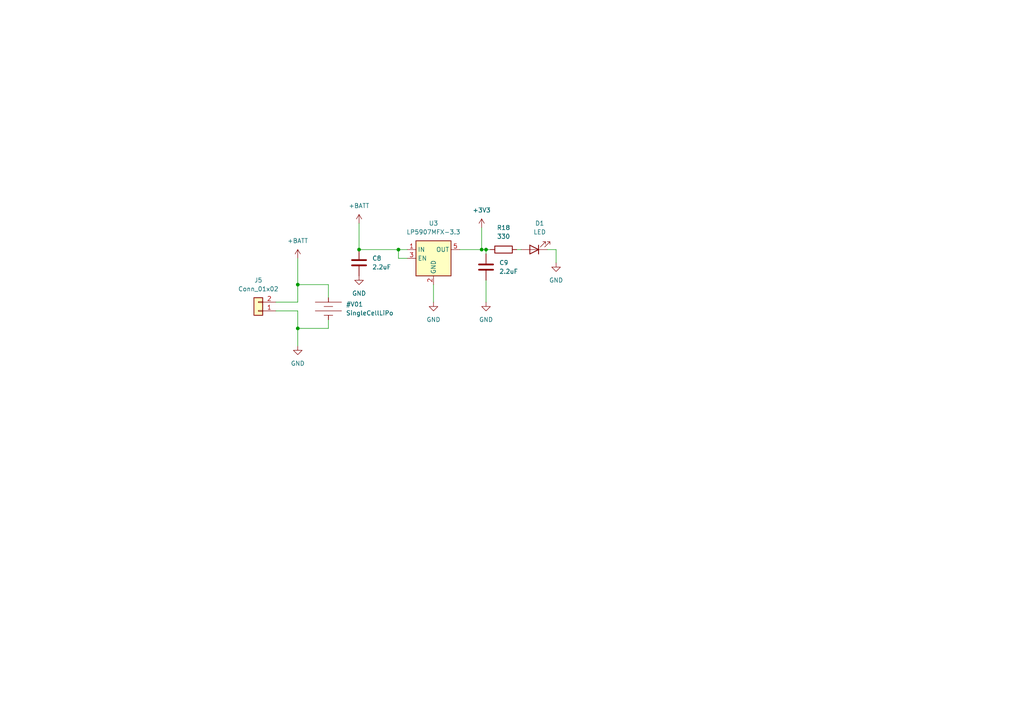
<source format=kicad_sch>
(kicad_sch (version 20230121) (generator eeschema)
  (paper "A4")
  (lib_symbols
    (symbol "Connector_Generic:Conn_01x02" (pin_names (offset 1.016) hide)
      (property "Reference" "J" (at 0 2.54 0))
      (property "Value" "Conn_01x02" (at 0 -5.08 0))
      (symbol "Conn_01x02_1_1"
        (rectangle (start -1.27 -2.413) (end 0 -2.667) (stroke (width 0.1524)))
        (rectangle (start -1.27 0.127) (end 0 -0.127) (stroke (width 0.1524)))
        (rectangle (start -1.27 1.27) (end 1.27 -3.81) (stroke (width 0.254)) (fill (type background)))
        (pin passive line (at -5.08 0 0) (length 3.81) (name "Pin_1") (number "1"))
        (pin passive line (at -5.08 -2.54 0) (length 3.81) (name "Pin_2") (number "2"))
      )
    )
    (symbol "Device:C" (pin_numbers hide) (pin_names (offset 0.254))
      (property "Reference" "C" (at 0.635 2.54 0))
      (property "Value" "C" (at 0.635 -2.54 0))
      (symbol "C_0_1"
        (polyline (pts (xy -2.032 -0.762) (xy 2.032 -0.762)) (stroke (width 0.508)))
        (polyline (pts (xy -2.032 0.762) (xy 2.032 0.762)) (stroke (width 0.508)))
      )
      (symbol "C_1_1"
        (pin passive line (at 0 3.81 270) (length 2.794) (name "~") (number "1"))
        (pin passive line (at 0 -3.81 90) (length 2.794) (name "~") (number "2"))
      )
    )
    (symbol "Device:LED" (pin_numbers hide) (pin_names (offset 1.016) hide)
      (property "Reference" "D" (at 0 2.54 0))
      (property "Value" "LED" (at 0 -2.54 0))
      (symbol "LED_0_1"
        (polyline (pts (xy -1.27 -1.27) (xy -1.27 1.27)) (stroke (width 0.254)))
        (polyline (pts (xy -1.27 0) (xy 1.27 0)))
        (polyline (pts (xy 1.27 -1.27) (xy 1.27 1.27) (xy -1.27 0) (xy 1.27 -1.27)) (stroke (width 0.254)))
        (polyline (pts (xy -3.048 -0.762) (xy -4.572 -2.286) (xy -3.81 -2.286) (xy -4.572 -2.286) (xy -4.572 -1.524)))
        (polyline (pts (xy -1.778 -0.762) (xy -3.302 -2.286) (xy -2.54 -2.286) (xy -3.302 -2.286) (xy -3.302 -1.524)))
      )
      (symbol "LED_1_1"
        (pin passive line (at -3.81 0 0) (length 2.54) (name "K") (number "1"))
        (pin passive line (at 3.81 0 180) (length 2.54) (name "A") (number "2"))
      )
    )
    (symbol "Device:R" (pin_numbers hide) (pin_names (offset 0))
      (property "Reference" "R" (at 2.032 0 90))
      (property "Value" "R" (at 0 0 90))
      (symbol "R_0_1"
        (rectangle (start -1.016 -2.54) (end 1.016 2.54) (stroke (width 0.254)))
      )
      (symbol "R_1_1"
        (pin passive line (at 0 3.81 270) (length 1.27) (name "~") (number "1"))
        (pin passive line (at 0 -3.81 90) (length 1.27) (name "~") (number "2"))
      )
    )
    (symbol "Regulator_Linear:LP5907MFX-3.3"
      (property "Reference" "U" (at -3.81 6.35 0))
      (property "Value" "LP5907MFX-3.3" (at 6.35 6.35 0))
      (symbol "LP5907MFX-3.3_0_1"
        (rectangle (start -5.08 -5.08) (end 5.08 5.08) (stroke (width 0.254)) (fill (type background)))
        (pin power_in line (at -7.62 2.54 0) (length 2.54) (name "IN") (number "1"))
        (pin power_in line (at 0 -7.62 90) (length 2.54) (name "GND") (number "2"))
        (pin input line (at -7.62 0 0) (length 2.54) (name "EN") (number "3"))
        (pin no_connect line (at 5.08 0 180) (length 2.54) hide (name "NC") (number "4"))
        (pin power_out line (at 7.62 2.54 180) (length 2.54) (name "OUT") (number "5"))
      )
    )
    (symbol "minimouse:SingleCellLiPo" (power) (pin_numbers hide) (pin_names hide) (in_bom no) (on_board no)
      (property "Reference" "V" (at 1.8796 0.3048 0))
      (property "Value" "SingleCellLiPo" (at -11.43 1.27 0))
      (symbol "SingleCellLiPo_0_1"
        (polyline (pts (xy -3.81 0) (xy 3.81 0)))
        (polyline (pts (xy -3.81 2.54) (xy 3.81 2.54)))
        (polyline (pts (xy -1.27 -1.27) (xy 1.27 -1.27)))
        (polyline (pts (xy -1.27 1.27) (xy 1.27 1.27)))
      )
      (symbol "SingleCellLiPo_1_1"
        (pin power_out line (at 0 -2.54 90) (length 1.27) (name "+") (number ""))
        (pin power_out line (at 0 3.81 270) (length 1.27) (name "+") (number ""))
      )
    )
    (symbol "power:+3V3" (power) (pin_names (offset 0))
      (property "Value" "+3V3" (at 0 3.556 0))
      (symbol "+3V3_0_1"
        (polyline (pts (xy -0.762 1.27) (xy 0 2.54)))
        (polyline (pts (xy 0 0) (xy 0 2.54)))
        (polyline (pts (xy 0 2.54) (xy 0.762 1.27)))
      )
      (symbol "+3V3_1_1"
        (pin power_in line (at 0 0 90) (length 0) hide (name "+3V3") (number "1"))
      )
    )
    (symbol "power:+BATT" (power) (pin_names (offset 0))
      (property "Value" "+BATT" (at 0 3.556 0))
      (symbol "+BATT_0_1"
        (polyline (pts (xy -0.762 1.27) (xy 0 2.54)))
        (polyline (pts (xy 0 0) (xy 0 2.54)))
        (polyline (pts (xy 0 2.54) (xy 0.762 1.27)))
      )
      (symbol "+BATT_1_1"
        (pin power_in line (at 0 0 90) (length 0) hide (name "+BATT") (number "1"))
      )
    )
    (symbol "power:GND" (power) (pin_names (offset 0))
      (property "Value" "GND" (at 0 -3.81 0))
      (symbol "GND_0_1"
        (polyline (pts (xy 0 0) (xy 0 -1.27) (xy 1.27 -1.27) (xy 0 -2.54) (xy -1.27 -1.27) (xy 0 -1.27)))
      )
      (symbol "GND_1_1"
        (pin power_in line (at 0 0 270) (length 0) hide (name "GND") (number "1"))
      )
    )
  )
  (junction (at 86.36 82.55))
  (junction (at 104.14 72.39))
  (junction (at 115.57 72.39))
  (junction (at 86.36 95.25))
  (junction (at 139.7 72.39))
  (junction (at 140.97 72.39))
  (wire (pts (xy 104.14 64.77) (xy 104.14 72.39)))
  (wire (pts (xy 125.73 82.55) (xy 125.73 87.63)))
  (wire (pts (xy 86.36 90.17) (xy 86.36 95.25)))
  (wire (pts (xy 95.25 82.55) (xy 86.36 82.55)))
  (wire (pts (xy 95.25 86.36) (xy 95.25 82.55)))
  (wire (pts (xy 140.97 81.28) (xy 140.97 87.63)))
  (wire (pts (xy 139.7 66.04) (xy 139.7 72.39)))
  (wire (pts (xy 104.14 72.39) (xy 115.57 72.39)))
  (wire (pts (xy 158.75 72.39) (xy 161.29 72.39)))
  (wire (pts (xy 149.86 72.39) (xy 151.13 72.39)))
  (wire (pts (xy 95.25 92.71) (xy 95.25 95.25)))
  (wire (pts (xy 133.35 72.39) (xy 139.7 72.39)))
  (wire (pts (xy 80.01 87.63) (xy 86.36 87.63)))
  (wire (pts (xy 118.11 74.93) (xy 115.57 74.93)))
  (wire (pts (xy 139.7 72.39) (xy 140.97 72.39)))
  (wire (pts (xy 115.57 74.93) (xy 115.57 72.39)))
  (wire (pts (xy 140.97 72.39) (xy 142.24 72.39)))
  (wire (pts (xy 161.29 72.39) (xy 161.29 76.2)))
  (wire (pts (xy 86.36 95.25) (xy 86.36 100.33)))
  (wire (pts (xy 95.25 95.25) (xy 86.36 95.25)))
  (wire (pts (xy 86.36 82.55) (xy 86.36 87.63)))
  (wire (pts (xy 140.97 73.66) (xy 140.97 72.39)))
  (wire (pts (xy 86.36 74.93) (xy 86.36 82.55)))
  (wire (pts (xy 115.57 72.39) (xy 118.11 72.39)))
  (wire (pts (xy 80.01 90.17) (xy 86.36 90.17)))
  (symbol (lib_id "Device:C") (at 140.97 77.47 0) (unit 1)
    (property "Reference" "C9" (at 144.78 76.2 0) (effects (justify left)))
    (property "Value" "2.2uF" (at 144.78 78.74 0) (effects (justify left)))
    (property "Footprint" "Capacitor_SMD:C_0603_1608Metric" (effects hide))
  )
  (symbol (lib_id "power:+BATT") (at 86.36 74.93 0) (unit 1)
    (property "Reference" "#PWR036" (effects hide))
    (property "Value" "+BATT" (at 86.36 69.85 0))
  )
  (symbol (lib_id "minimouse:SingleCellLiPo") (at 95.25 90.17 0) (unit 1) (in_bom no) (on_board no)
    (property "Reference" "#V01" (at 100.33 88.265 0) (effects (justify left)))
    (property "Value" "SingleCellLiPo" (at 100.33 90.805 0) (effects (justify left)))
  )
  (symbol (lib_id "power:GND") (at 161.29 76.2 0) (unit 1)
    (property "Reference" "#PWR034" (effects hide))
    (property "Value" "GND" (at 161.29 81.28 0))
  )
  (symbol (lib_id "power:GND") (at 140.97 87.63 0) (unit 1)
    (property "Reference" "#PWR022" (effects hide))
    (property "Value" "GND" (at 140.97 92.71 0))
  )
  (symbol (lib_id "Regulator_Linear:LP5907MFX-3.3") (at 125.73 74.93 0) (unit 1)
    (property "Reference" "U3" (at 125.73 64.77 0))
    (property "Value" "LP5907MFX-3.3" (at 125.73 67.31 0))
    (property "Footprint" "Package_TO_SOT_SMD:SOT-23-5" (effects hide))
    (property "Datasheet" "http://www.ti.com/lit/ds/symlink/lp5907.pdf" (effects hide))
  )
  (symbol (lib_id "Device:R") (at 146.05 72.39 90) (unit 1)
    (property "Reference" "R18" (at 146.05 66.04 90))
    (property "Value" "330" (at 146.05 68.58 90))
    (property "Footprint" "Resistor_SMD:R_0603_1608Metric" (effects hide))
  )
  (symbol (lib_id "Device:LED") (at 154.94 72.39 180) (unit 1)
    (property "Reference" "D1" (at 156.5275 64.77 0))
    (property "Value" "LED" (at 156.5275 67.31 0))
    (property "Footprint" "LED_SMD:LED_0603_1608Metric" (effects hide))
  )
  (symbol (lib_id "power:+3V3") (at 139.7 66.04 0) (unit 1)
    (property "Reference" "#PWR08" (effects hide))
    (property "Value" "+3V3" (at 139.7 60.96 0))
  )
  (symbol (lib_id "Connector_Generic:Conn_01x02") (at 74.93 90.17 180) (unit 1)
    (property "Reference" "J5" (at 74.93 81.28 0))
    (property "Value" "Conn_01x02" (at 74.93 83.82 0))
    (property "Footprint" "Connector_PinHeader_2.54mm:PinHeader_1x02_P2.54mm_Vertical" (effects hide))
  )
  (symbol (lib_id "Device:C") (at 104.14 76.2 0) (unit 1)
    (property "Reference" "C8" (at 107.95 74.93 0) (effects (justify left)))
    (property "Value" "2.2uF" (at 107.95 77.47 0) (effects (justify left)))
    (property "Footprint" "Capacitor_SMD:C_0603_1608Metric" (effects hide))
  )
  (symbol (lib_id "power:GND") (at 86.36 100.33 0) (unit 1)
    (property "Reference" "#PWR037" (effects hide))
    (property "Value" "GND" (at 86.36 105.41 0))
  )
  (symbol (lib_id "power:GND") (at 125.73 87.63 0) (unit 1)
    (property "Reference" "#PWR021" (effects hide))
    (property "Value" "GND" (at 125.73 92.71 0))
  )
  (symbol (lib_id "power:+BATT") (at 104.14 64.77 0) (unit 1)
    (property "Reference" "#PWR024" (effects hide))
    (property "Value" "+BATT" (at 104.14 59.69 0))
  )
  (symbol (lib_id "power:GND") (at 104.14 80.01 0) (unit 1)
    (property "Reference" "#PWR023" (effects hide))
    (property "Value" "GND" (at 104.14 85.09 0))
  )
)
</source>
